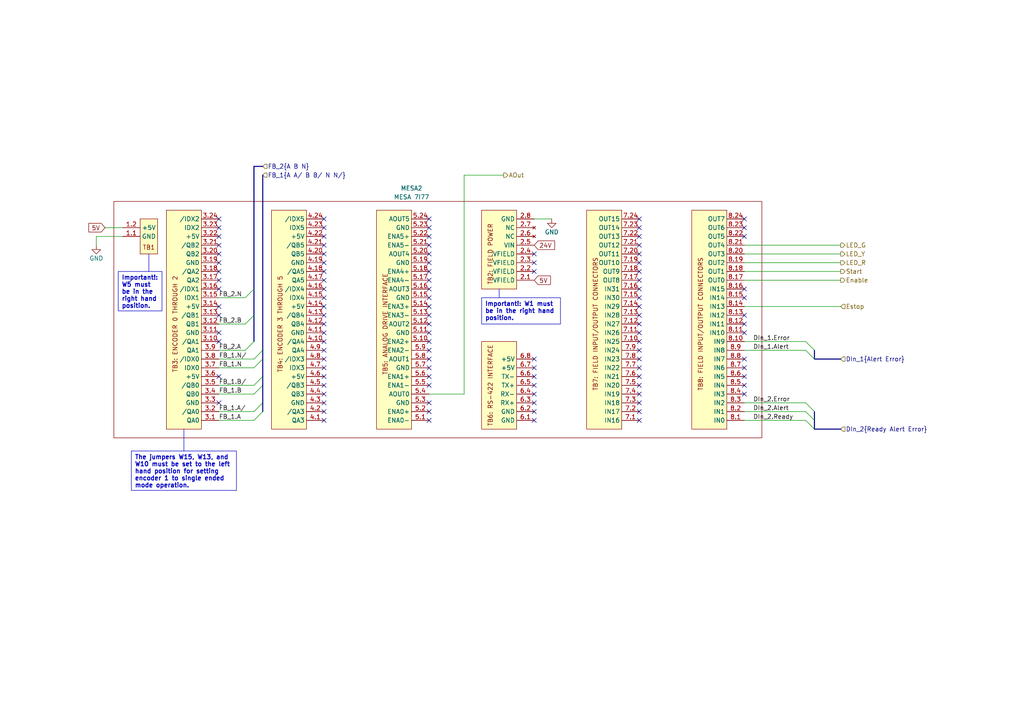
<source format=kicad_sch>
(kicad_sch (version 20250114) (generator "eeschema") (generator_version "9.0")
  (paper "A4")
  (title_block (title "MESA 7I77") (date "2023-07-20") (company "CITIC Research Center & Department of Computer Engineering, University of A Coruña."))
  (lib_symbols
    (symbol "Gantry_Robot_Components:MESA-7I77"
      (property "Reference" "U" (at 0 38.1 0))
      (property "Value" "MESA-7I77" (at 0 -35.56 0))
      (symbol "MESA-7I77_0_1"
        (text "TB1" (at -83.82 22.225 0) (effects (font (size 1.27 1.27))))
        (text "TB3: ENCODER 0 THROUGH 2" (at -76.2 0 900) (effects (font (size 1.27 1.27))))
        (text "TB4: ENCODER 3 THROUGH 5" (at -45.72 0 900) (effects (font (size 1.27 1.27))))
        (text "TB5: ANALOG DRIVE INTERFACE" (at -15.24 0 900) (effects (font (size 1.27 1.27))))
        (text "TB2: FIELD POWER" (at 15.24 20.32 900) (effects (font (size 1.27 1.27))))
        (text "TB6: RS-422 INTERFACE" (at 15.24 -17.78 900) (effects (font (size 1.27 1.27))))
        (text "TB7: FIELD INPUT/OUTPUT CONNECTORS" (at 45.72 0 900) (effects (font (size 1.27 1.27))))
        (text "TB8: FIELD INPUT/OUTPUT CONNECTORS" (at 76.2 0 900) (effects (font (size 1.27 1.27))))
        (pin power_in line (at -91.44 27.94 0) (length 5.08) (name "+5V") (number "1.2"))
        (pin power_in line (at -91.44 25.4 0) (length 5.08) (name "GND") (number "1.1"))
        (pin input line (at -63.5 30.48 180) (length 5.08) (name "/IDX2") (number "3.24"))
        (pin input line (at -63.5 27.94 180) (length 5.08) (name "IDX2") (number "3.23"))
        (pin power_out line (at -63.5 25.4 180) (length 5.08) (name "+5V") (number "3.22"))
        (pin input line (at -63.5 22.86 180) (length 5.08) (name "/QB2") (number "3.21"))
        (pin input line (at -63.5 20.32 180) (length 5.08) (name "QB2") (number "3.20"))
        (pin power_out line (at -63.5 17.78 180) (length 5.08) (name "GND") (number "3.19"))
        (pin input line (at -63.5 15.24 180) (length 5.08) (name "/QA2") (number "3.18"))
        (pin input line (at -63.5 12.7 180) (length 5.08) (name "QA2") (number "3.17"))
        (pin input line (at -63.5 10.16 180) (length 5.08) (name "/IDX1") (number "3.16"))
        (pin input line (at -63.5 7.62 180) (length 5.08) (name "IDX1") (number "3.15"))
        (pin power_out line (at -63.5 5.08 180) (length 5.08) (name "+5V") (number "3.14"))
        (pin input line (at -63.5 2.54 180) (length 5.08) (name "/QB1") (number "3.13"))
        (pin input line (at -63.5 0 180) (length 5.08) (name "QB1") (number "3.12"))
        (pin power_out line (at -63.5 -2.54 180) (length 5.08) (name "GND") (number "3.11"))
        (pin input line (at -63.5 -5.08 180) (length 5.08) (name "/QA1") (number "3.10"))
        (pin input line (at -63.5 -7.62 180) (length 5.08) (name "QA1") (number "3.9"))
        (pin input line (at -63.5 -10.16 180) (length 5.08) (name "/IDX0") (number "3.8"))
        (pin input line (at -63.5 -12.7 180) (length 5.08) (name "IDX0") (number "3.7"))
        (pin power_out line (at -63.5 -15.24 180) (length 5.08) (name "+5V") (number "3.6"))
        (pin input line (at -63.5 -17.78 180) (length 5.08) (name "/QB0") (number "3.5"))
        (pin input line (at -63.5 -20.32 180) (length 5.08) (name "QB0") (number "3.4"))
        (pin power_out line (at -63.5 -22.86 180) (length 5.08) (name "GND") (number "3.3"))
        (pin input line (at -63.5 -25.4 180) (length 5.08) (name "/QA0") (number "3.2"))
        (pin input line (at -63.5 -27.94 180) (length 5.08) (name "QA0") (number "3.1"))
        (pin input line (at -33.02 30.48 180) (length 5.08) (name "/IDX5") (number "4.24"))
        (pin input line (at -33.02 27.94 180) (length 5.08) (name "IDX5") (number "4.23"))
        (pin power_out line (at -33.02 25.4 180) (length 5.08) (name "+5V") (number "4.22"))
        (pin input line (at -33.02 22.86 180) (length 5.08) (name "/QB5") (number "4.21"))
        (pin input line (at -33.02 20.32 180) (length 5.08) (name "QB5") (number "4.20"))
        (pin power_out line (at -33.02 17.78 180) (length 5.08) (name "GND") (number "4.19"))
        (pin input line (at -33.02 15.24 180) (length 5.08) (name "/QA5") (number "4.18"))
        (pin input line (at -33.02 12.7 180) (length 5.08) (name "QA5") (number "4.17"))
        (pin input line (at -33.02 10.16 180) (length 5.08) (name "/IDX4") (number "4.16"))
        (pin input line (at -33.02 7.62 180) (length 5.08) (name "IDX4") (number "4.15"))
        (pin power_out line (at -33.02 5.08 180) (length 5.08) (name "+5V") (number "4.14"))
        (pin input line (at -33.02 2.54 180) (length 5.08) (name "/QB4") (number "4.13"))
        (pin input line (at -33.02 0 180) (length 5.08) (name "QB4") (number "4.12"))
        (pin power_out line (at -33.02 -2.54 180) (length 5.08) (name "GND") (number "4.11"))
        (pin input line (at -33.02 -5.08 180) (length 5.08) (name "/QA4") (number "4.10"))
        (pin input line (at -33.02 -7.62 180) (length 5.08) (name "QA4") (number "4.9"))
        (pin input line (at -33.02 -10.16 180) (length 5.08) (name "/IDX3") (number "4.8"))
        (pin input line (at -33.02 -12.7 180) (length 5.08) (name "IDX3") (number "4.7"))
        (pin power_out line (at -33.02 -15.24 180) (length 5.08) (name "+5V") (number "4.6"))
        (pin input line (at -33.02 -17.78 180) (length 5.08) (name "/QB3") (number "4.5"))
        (pin input line (at -33.02 -20.32 180) (length 5.08) (name "QB3") (number "4.4"))
        (pin power_out line (at -33.02 -22.86 180) (length 5.08) (name "GND") (number "4.3"))
        (pin input line (at -33.02 -25.4 180) (length 5.08) (name "/QA3") (number "4.2"))
        (pin input line (at -33.02 -27.94 180) (length 5.08) (name "QA3") (number "4.1"))
        (pin output line (at -2.54 30.48 180) (length 5.08) (name "AOUT5") (number "5.24"))
        (pin power_out line (at -2.54 27.94 180) (length 5.08) (name "GND") (number "5.23"))
        (pin passive line (at -2.54 25.4 180) (length 5.08) (name "ENA5+") (number "5.22"))
        (pin passive line (at -2.54 22.86 180) (length 5.08) (name "ENA5-") (number "5.21"))
        (pin output line (at -2.54 20.32 180) (length 5.08) (name "AOUT4") (number "5.20"))
        (pin power_out line (at -2.54 17.78 180) (length 5.08) (name "GND") (number "5.19"))
        (pin passive line (at -2.54 15.24 180) (length 5.08) (name "ENA4+") (number "5.18"))
        (pin passive line (at -2.54 12.7 180) (length 5.08) (name "ENA4-") (number "5.17"))
        (pin output line (at -2.54 10.16 180) (length 5.08) (name "AOUT3") (number "5.16"))
        (pin power_out line (at -2.54 7.62 180) (length 5.08) (name "GND") (number "5.15"))
        (pin passive line (at -2.54 5.08 180) (length 5.08) (name "ENA3+") (number "5.14"))
        (pin passive line (at -2.54 2.54 180) (length 5.08) (name "ENA3-") (number "5.13"))
        (pin output line (at -2.54 0 180) (length 5.08) (name "AOUT2") (number "5.12"))
        (pin power_out line (at -2.54 -2.54 180) (length 5.08) (name "GND") (number "5.11"))
        (pin passive line (at -2.54 -5.08 180) (length 5.08) (name "ENA2+") (number "5.10"))
        (pin passive line (at -2.54 -7.62 180) (length 5.08) (name "ENA2-") (number "5.9"))
        (pin output line (at -2.54 -10.16 180) (length 5.08) (name "AOUT1") (number "5.8"))
        (pin power_out line (at -2.54 -12.7 180) (length 5.08) (name "GND") (number "5.7"))
        (pin passive line (at -2.54 -15.24 180) (length 5.08) (name "ENA1+") (number "5.6"))
        (pin passive line (at -2.54 -17.78 180) (length 5.08) (name "ENA1-") (number "5.5"))
        (pin output line (at -2.54 -20.32 180) (length 5.08) (name "AOUT0") (number "5.4"))
        (pin power_out line (at -2.54 -22.86 180) (length 5.08) (name "GND") (number "5.3"))
        (pin passive line (at -2.54 -25.4 180) (length 5.08) (name "ENA0+") (number "5.2"))
        (pin passive line (at -2.54 -27.94 180) (length 5.08) (name "ENA0-") (number "5.1"))
        (pin power_in line (at 27.94 30.48 180) (length 5.08) (name "GND") (number "2.8"))
        (pin no_connect line (at 27.94 27.94 180) (length 5.08) (name "NC") (number "2.7"))
        (pin no_connect line (at 27.94 25.4 180) (length 5.08) (name "NC") (number "2.6"))
        (pin power_in line (at 27.94 22.86 180) (length 5.08) (name "VIN") (number "2.5"))
        (pin power_in line (at 27.94 20.32 180) (length 5.08) (name "VFIELD") (number "2.4"))
        (pin power_in line (at 27.94 17.78 180) (length 5.08) (name "VFIELD") (number "2.3"))
        (pin power_in line (at 27.94 15.24 180) (length 5.08) (name "VFIELD") (number "2.2"))
        (pin power_in line (at 27.94 12.7 180) (length 5.08) (name "VFIELD") (number "2.1"))
        (pin power_out line (at 27.94 -10.16 180) (length 5.08) (name "+5V") (number "6.8"))
        (pin power_out line (at 27.94 -12.7 180) (length 5.08) (name "+5V") (number "6.7"))
        (pin output line (at 27.94 -15.24 180) (length 5.08) (name "TX-") (number "6.6"))
        (pin output line (at 27.94 -17.78 180) (length 5.08) (name "TX+") (number "6.5"))
        (pin input line (at 27.94 -20.32 180) (length 5.08) (name "RX-") (number "6.4"))
        (pin input line (at 27.94 -22.86 180) (length 5.08) (name "RX+") (number "6.3"))
        (pin power_out line (at 27.94 -25.4 180) (length 5.08) (name "GND") (number "6.2"))
        (pin power_out line (at 27.94 -27.94 180) (length 5.08) (name "GND") (number "6.1"))
        (pin output line (at 58.42 30.48 180) (length 5.08) (name "OUT15") (number "7.24"))
        (pin output line (at 58.42 27.94 180) (length 5.08) (name "OUT14") (number "7.23"))
        (pin output line (at 58.42 25.4 180) (length 5.08) (name "OUT13") (number "7.22"))
        (pin output line (at 58.42 22.86 180) (length 5.08) (name "OUT12") (number "7.21"))
        (pin output line (at 58.42 20.32 180) (length 5.08) (name "OUT11") (number "7.20"))
        (pin output line (at 58.42 17.78 180) (length 5.08) (name "OUT10") (number "7.19"))
        (pin output line (at 58.42 15.24 180) (length 5.08) (name "OUT9") (number "7.18"))
        (pin output line (at 58.42 12.7 180) (length 5.08) (name "OUT8") (number "7.17"))
        (pin input line (at 58.42 10.16 180) (length 5.08) (name "IN31") (number "7.16"))
        (pin input line (at 58.42 7.62 180) (length 5.08) (name "IN30") (number "7.15"))
        (pin input line (at 58.42 5.08 180) (length 5.08) (name "IN29") (number "7.14"))
        (pin input line (at 58.42 2.54 180) (length 5.08) (name "IN28") (number "7.13"))
        (pin input line (at 58.42 0 180) (length 5.08) (name "IN27") (number "7.12"))
        (pin input line (at 58.42 -2.54 180) (length 5.08) (name "IN26") (number "7.11"))
        (pin input line (at 58.42 -5.08 180) (length 5.08) (name "IN25") (number "7.10"))
        (pin input line (at 58.42 -7.62 180) (length 5.08) (name "IN24") (number "7.9"))
        (pin input line (at 58.42 -10.16 180) (length 5.08) (name "IN23") (number "7.8"))
        (pin input line (at 58.42 -12.7 180) (length 5.08) (name "IN22") (number "7.7"))
        (pin input line (at 58.42 -15.24 180) (length 5.08) (name "IN21") (number "7.6"))
        (pin input line (at 58.42 -17.78 180) (length 5.08) (name "IN20") (number "7.5"))
        (pin input line (at 58.42 -20.32 180) (length 5.08) (name "IN19") (number "7.4"))
        (pin input line (at 58.42 -22.86 180) (length 5.08) (name "IN18") (number "7.3"))
        (pin input line (at 58.42 -25.4 180) (length 5.08) (name "IN17") (number "7.2"))
        (pin input line (at 58.42 -27.94 180) (length 5.08) (name "IN16") (number "7.1"))
        (pin output line (at 88.9 30.48 180) (length 5.08) (name "OUT7") (number "8.24"))
        (pin output line (at 88.9 27.94 180) (length 5.08) (name "OUT6") (number "8.23"))
        (pin output line (at 88.9 25.4 180) (length 5.08) (name "OUT5") (number "8.22"))
        (pin output line (at 88.9 22.86 180) (length 5.08) (name "OUT4") (number "8.21"))
        (pin output line (at 88.9 20.32 180) (length 5.08) (name "OUT3") (number "8.20"))
        (pin output line (at 88.9 17.78 180) (length 5.08) (name "OUT2") (number "8.19"))
        (pin output line (at 88.9 15.24 180) (length 5.08) (name "OUT1") (number "8.18"))
        (pin output line (at 88.9 12.7 180) (length 5.08) (name "OUT0") (number "8.17"))
        (pin input line (at 88.9 10.16 180) (length 5.08) (name "IN15") (number "8.16"))
        (pin input line (at 88.9 7.62 180) (length 5.08) (name "IN14") (number "8.15"))
        (pin input line (at 88.9 5.08 180) (length 5.08) (name "IN13") (number "8.14"))
        (pin input line (at 88.9 2.54 180) (length 5.08) (name "IN12") (number "8.13"))
        (pin input line (at 88.9 0 180) (length 5.08) (name "IN11") (number "8.12"))
        (pin input line (at 88.9 -2.54 180) (length 5.08) (name "IN10") (number "8.11"))
        (pin input line (at 88.9 -5.08 180) (length 5.08) (name "IN9") (number "8.10"))
        (pin input line (at 88.9 -7.62 180) (length 5.08) (name "IN8") (number "8.9"))
        (pin input line (at 88.9 -10.16 180) (length 5.08) (name "IN7") (number "8.8"))
        (pin input line (at 88.9 -12.7 180) (length 5.08) (name "IN6") (number "8.7"))
        (pin input line (at 88.9 -15.24 180) (length 5.08) (name "IN5") (number "8.6"))
        (pin input line (at 88.9 -17.78 180) (length 5.08) (name "IN4") (number "8.5"))
        (pin input line (at 88.9 -20.32 180) (length 5.08) (name "IN3") (number "8.4"))
        (pin input line (at 88.9 -22.86 180) (length 5.08) (name "IN2") (number "8.3"))
        (pin input line (at 88.9 -25.4 180) (length 5.08) (name "IN1") (number "8.2"))
        (pin input line (at 88.9 -27.94 180) (length 5.08) (name "IN0") (number "8.1"))
      )
      (symbol "MESA-7I77_1_1"
        (rectangle (start -93.98 35.56) (end 93.98 -33.02))
        (rectangle (start -86.36 30.48) (end -81.28 20.32) (fill (type background)))
        (rectangle (start -78.74 33.02) (end -68.58 -30.48) (fill (type background)))
        (rectangle (start -48.26 33.02) (end -38.1 -30.48) (fill (type background)))
        (rectangle (start -17.78 33.02) (end -7.62 -30.48) (fill (type background)))
        (rectangle (start 12.7 33.02) (end 22.86 10.16) (fill (type background)))
        (rectangle (start 12.7 -5.08) (end 22.86 -30.48) (fill (type background)))
        (rectangle (start 43.18 33.02) (end 53.34 -30.48) (fill (type background)))
        (rectangle (start 73.66 33.02) (end 83.82 -30.48) (fill (type background)))
      )
    )
    (symbol "power:GND" (power) (pin_names (offset 0))
      (property "Value" "GND" (at 0 -3.81 0))
      (symbol "GND_0_1"
        (polyline (pts (xy 0 0) (xy 0 -1.27) (xy 1.27 -1.27) (xy 0 -2.54) (xy -1.27 -1.27) (xy 0 -1.27)))
      )
      (symbol "GND_1_1"
        (pin power_in line (at 0 0 270) (length 0) (hide yes) (name "GND") (number "1"))
      )
    )
  )
  (text_box "Important!: W1 must be in the right hand position." (at 139.7 86.36 0) (size 22.86 7.62) (margins 0.9525 0.9525 0.9525 0.9525) (effects (font (size 1.27 1.27) (thickness 0.254) (bold yes)) (justify left top)))
  (text_box "The jumpers W15, W13, and W10 must be set to the left hand position for setting encoder 1 to single ended mode operation." (at 38.1 130.81 0) (size 30.48 11.43) (margins 0.9525 0.9525 0.9525 0.9525) (effects (font (size 1.27 1.27) (thickness 0.254) (bold yes)) (justify left top)))
  (text_box "Important!: W5 must be in the right hand position." (at 34.29 78.74 0) (size 12.7 11.43) (margins 0.9525 0.9525 0.9525 0.9525) (effects (font (size 1.27 1.27) (thickness 0.254) (bold yes)) (justify left top)))
  (no_connect (at 93.98 86.36))
  (no_connect (at 124.46 81.28))
  (no_connect (at 63.5 96.52))
  (no_connect (at 63.5 68.58))
  (no_connect (at 215.9 106.68))
  (no_connect (at 93.98 81.28))
  (no_connect (at 185.42 88.9))
  (no_connect (at 215.9 63.5))
  (no_connect (at 215.9 83.82))
  (no_connect (at 185.42 81.28))
  (no_connect (at 63.5 73.66))
  (no_connect (at 93.98 106.68))
  (no_connect (at 185.42 104.14))
  (no_connect (at 93.98 63.5))
  (no_connect (at 124.46 93.98))
  (no_connect (at 124.46 101.6))
  (no_connect (at 63.5 81.28))
  (no_connect (at 185.42 101.6))
  (no_connect (at 185.42 99.06))
  (no_connect (at 185.42 121.92))
  (no_connect (at 185.42 76.2))
  (no_connect (at 185.42 83.82))
  (no_connect (at 154.94 76.2))
  (no_connect (at 215.9 96.52))
  (no_connect (at 185.42 111.76))
  (no_connect (at 154.94 78.74))
  (no_connect (at 124.46 121.92))
  (no_connect (at 154.94 104.14))
  (no_connect (at 124.46 106.68))
  (no_connect (at 215.9 91.44))
  (no_connect (at 124.46 111.76))
  (no_connect (at 185.42 68.58))
  (no_connect (at 215.9 111.76))
  (no_connect (at 93.98 68.58))
  (no_connect (at 154.94 119.38))
  (no_connect (at 93.98 91.44))
  (no_connect (at 93.98 119.38))
  (no_connect (at 154.94 109.22))
  (no_connect (at 215.9 93.98))
  (no_connect (at 185.42 109.22))
  (no_connect (at 63.5 66.04))
  (no_connect (at 124.46 116.84))
  (no_connect (at 63.5 71.12))
  (no_connect (at 185.42 78.74))
  (no_connect (at 93.98 76.2))
  (no_connect (at 124.46 91.44))
  (no_connect (at 93.98 101.6))
  (no_connect (at 93.98 71.12))
  (no_connect (at 124.46 99.06))
  (no_connect (at 185.42 116.84))
  (no_connect (at 63.5 78.74))
  (no_connect (at 93.98 66.04))
  (no_connect (at 185.42 66.04))
  (no_connect (at 124.46 63.5))
  (no_connect (at 185.42 96.52))
  (no_connect (at 63.5 91.44))
  (no_connect (at 63.5 109.22))
  (no_connect (at 93.98 99.06))
  (no_connect (at 93.98 104.14))
  (no_connect (at 93.98 83.82))
  (no_connect (at 93.98 93.98))
  (no_connect (at 185.42 106.68))
  (no_connect (at 185.42 73.66))
  (no_connect (at 185.42 114.3))
  (no_connect (at 93.98 88.9))
  (no_connect (at 185.42 63.5))
  (no_connect (at 215.9 68.58))
  (no_connect (at 124.46 73.66))
  (no_connect (at 124.46 104.14))
  (no_connect (at 185.42 91.44))
  (no_connect (at 124.46 78.74))
  (no_connect (at 154.94 73.66))
  (no_connect (at 63.5 76.2))
  (no_connect (at 124.46 86.36))
  (no_connect (at 93.98 111.76))
  (no_connect (at 124.46 71.12))
  (no_connect (at 185.42 86.36))
  (no_connect (at 63.5 99.06))
  (no_connect (at 63.5 88.9))
  (no_connect (at 215.9 66.04))
  (no_connect (at 185.42 93.98))
  (no_connect (at 124.46 96.52))
  (no_connect (at 185.42 71.12))
  (no_connect (at 124.46 83.82))
  (no_connect (at 154.94 121.92))
  (no_connect (at 185.42 119.38))
  (no_connect (at 124.46 109.22))
  (no_connect (at 124.46 76.2))
  (no_connect (at 93.98 96.52))
  (no_connect (at 93.98 73.66))
  (no_connect (at 93.98 116.84))
  (no_connect (at 93.98 78.74))
  (no_connect (at 215.9 104.14))
  (no_connect (at 124.46 119.38))
  (no_connect (at 215.9 86.36))
  (no_connect (at 154.94 114.3))
  (no_connect (at 215.9 114.3))
  (no_connect (at 124.46 88.9))
  (no_connect (at 154.94 116.84))
  (no_connect (at 63.5 116.84))
  (no_connect (at 63.5 83.82))
  (no_connect (at 93.98 114.3))
  (no_connect (at 63.5 63.5))
  (no_connect (at 93.98 109.22))
  (no_connect (at 124.46 66.04))
  (no_connect (at 154.94 111.76))
  (no_connect (at 154.94 106.68))
  (no_connect (at 93.98 121.92))
  (no_connect (at 215.9 109.22))
  (no_connect (at 124.46 68.58))
  (bus_entry (at 73.66 111.76) (size 2.54 -2.54))
  (bus_entry (at 233.68 99.06) (size 2.54 2.54))
  (bus_entry (at 233.68 121.92) (size 2.54 2.54))
  (bus_entry (at 73.66 119.38) (size 2.54 -2.54))
  (bus_entry (at 233.68 119.38) (size 2.54 2.54))
  (bus_entry (at 71.12 93.98) (size 2.54 -2.54))
  (bus_entry (at 73.66 114.3) (size 2.54 -2.54))
  (bus_entry (at 73.66 121.92) (size 2.54 -2.54))
  (bus_entry (at 233.68 116.84) (size 2.54 2.54))
  (bus_entry (at 233.68 101.6) (size 2.54 2.54))
  (bus_entry (at 73.66 104.14) (size 2.54 -2.54))
  (bus_entry (at 71.12 86.36) (size 2.54 -2.54))
  (bus_entry (at 71.12 101.6) (size 2.54 -2.54))
  (bus_entry (at 73.66 106.68) (size 2.54 -2.54))
  (bus (pts (xy 76.2 116.84) (xy 76.2 111.76)))
  (polyline (pts (xy 43.18 73.66) (xy 43.18 78.74)))
  (wire (pts (xy 63.5 104.14) (xy 73.66 104.14)))
  (wire (pts (xy 215.9 78.74) (xy 243.84 78.74)))
  (polyline (pts (xy 144.78 83.82) (xy 144.78 86.36)))
  (wire (pts (xy 63.5 101.6) (xy 71.12 101.6)))
  (wire (pts (xy 63.5 106.68) (xy 73.66 106.68)))
  (bus (pts (xy 73.66 48.26) (xy 76.2 48.26)))
  (bus (pts (xy 76.2 111.76) (xy 76.2 109.22)))
  (bus (pts (xy 73.66 48.26) (xy 73.66 83.82)))
  (bus (pts (xy 236.22 119.38) (xy 236.22 121.92)))
  (bus (pts (xy 76.2 104.14) (xy 76.2 101.6)))
  (wire (pts (xy 215.9 73.66) (xy 243.84 73.66)))
  (wire (pts (xy 215.9 81.28) (xy 243.84 81.28)))
  (wire (pts (xy 27.94 68.58) (xy 27.94 71.12)))
  (bus (pts (xy 76.2 109.22) (xy 76.2 104.14)))
  (bus (pts (xy 236.22 121.92) (xy 236.22 124.46)))
  (wire (pts (xy 30.48 66.04) (xy 35.56 66.04)))
  (wire (pts (xy 63.5 111.76) (xy 73.66 111.76)))
  (wire (pts (xy 215.9 71.12) (xy 243.84 71.12)))
  (wire (pts (xy 63.5 86.36) (xy 71.12 86.36)))
  (bus (pts (xy 76.2 50.8) (xy 76.2 101.6)))
  (wire (pts (xy 124.46 114.3) (xy 134.62 114.3)))
  (bus (pts (xy 236.22 104.14) (xy 243.84 104.14)))
  (bus (pts (xy 76.2 119.38) (xy 76.2 116.84)))
  (wire (pts (xy 215.9 101.6) (xy 233.68 101.6)))
  (wire (pts (xy 215.9 119.38) (xy 233.68 119.38)))
  (wire (pts (xy 215.9 116.84) (xy 233.68 116.84)))
  (wire (pts (xy 215.9 76.2) (xy 243.84 76.2)))
  (wire (pts (xy 134.62 50.8) (xy 146.05 50.8)))
  (wire (pts (xy 63.5 121.92) (xy 73.66 121.92)))
  (wire (pts (xy 63.5 114.3) (xy 73.66 114.3)))
  (bus (pts (xy 236.22 101.6) (xy 236.22 104.14)))
  (bus (pts (xy 73.66 91.44) (xy 73.66 99.06)))
  (bus (pts (xy 73.66 83.82) (xy 73.66 91.44)))
  (wire (pts (xy 215.9 88.9) (xy 243.84 88.9)))
  (wire (pts (xy 63.5 93.98) (xy 71.12 93.98)))
  (wire (pts (xy 27.94 68.58) (xy 35.56 68.58)))
  (wire (pts (xy 134.62 50.8) (xy 134.62 114.3)))
  (wire (pts (xy 63.5 119.38) (xy 73.66 119.38)))
  (bus (pts (xy 236.22 124.46) (xy 243.84 124.46)))
  (polyline (pts (xy 53.34 124.46) (xy 53.34 130.81)))
  (wire (pts (xy 215.9 99.06) (xy 233.68 99.06)))
  (wire (pts (xy 154.94 63.5) (xy 160.02 63.5)))
  (wire (pts (xy 215.9 121.92) (xy 233.68 121.92)))
  (label "DIn_1.Alert" (at 218.44 101.6 0))
  (label "FB_2.A" (at 63.5 101.6 0))
  (label "FB_2.N" (at 63.5 86.36 0))
  (label "FB_1.N" (at 63.5 106.68 0))
  (label "FB_1.B" (at 63.5 114.3 0))
  (label "FB_1.A" (at 63.5 121.92 0))
  (label "FB_1.A{slash}" (at 63.5 119.38 0))
  (label "DIn_2.Alert" (at 218.44 119.38 0))
  (label "DIn_2.Error" (at 218.44 116.84 0))
  (label "FB_1.B{slash}" (at 63.5 111.76 0))
  (label "FB_2.B" (at 63.5 93.98 0))
  (label "DIn_2.Ready" (at 218.44 121.92 0))
  (label "FB_1.N{slash}" (at 63.5 104.14 0))
  (label "DIn_1.Error" (at 218.44 99.06 0))
  (global_label "24V" (shape input) (at 154.94 71.12 0) (property "Intersheetrefs" "${INTERSHEET_REFS}" (effects (hide yes))))
  (global_label "5V" (shape input) (at 30.48 66.04 180) (property "Intersheetrefs" "${INTERSHEET_REFS}" (effects (hide yes))))
  (global_label "5V" (shape input) (at 154.94 81.28 0) (property "Intersheetrefs" "${INTERSHEET_REFS}" (effects (hide yes))))
  (hierarchical_label "LED_R" (shape output) (at 243.84 76.2 0))
  (hierarchical_label "DIn_2{Ready Alert Error}" (shape input) (at 243.84 124.46 0))
  (hierarchical_label "Enable" (shape output) (at 243.84 81.28 0))
  (hierarchical_label "FB_2{A B N}" (shape input) (at 76.2 48.26 0))
  (hierarchical_label "DIn_1{Alert Error}" (shape input) (at 243.84 104.14 0))
  (hierarchical_label "Start" (shape output) (at 243.84 78.74 0))
  (hierarchical_label "LED_G" (shape output) (at 243.84 71.12 0))
  (hierarchical_label "AOut" (shape output) (at 146.05 50.8 0))
  (hierarchical_label "LED_Y" (shape output) (at 243.84 73.66 0))
  (hierarchical_label "FB_1{A A{slash} B B{slash} N N{slash}}" (shape input) (at 76.2 50.8 0))
  (hierarchical_label "Estop" (shape input) (at 243.84 88.9 0))
  (symbol (lib_id "power:GND") (at 160.02 63.5 0) (mirror y) (unit 1)
    (property "Reference" "#PWR04" (effects (hide yes)))
    (property "Value" "GND" (at 160.02 67.31 0))
    (instances (project "pruebas_robot" (path "" (reference "#PWR024") (unit 1)) (path "" (reference "#PWR042") (unit 1)) (path "" (reference "#PWR04") (unit 1))))
  )
  (symbol (lib_id "power:GND") (at 27.94 71.12 0) (mirror y) (unit 1)
    (property "Reference" "#PWR0106" (effects (hide yes)))
    (property "Value" "GND" (at 27.94 74.93 0))
    (instances (project "pruebas_robot" (path "" (reference "#PWR024") (unit 1)) (path "" (reference "#PWR042") (unit 1)) (path "" (reference "#PWR0106") (unit 1))))
  )
  (symbol (lib_id "Gantry_Robot_Components:MESA-7I77") (at 127 93.98 0) (unit 1)
    (property "Reference" "MESA2" (at 119.38 54.61 0))
    (property "Value" "MESA 7I77" (at 119.38 57.15 0))
  )
)
</source>
